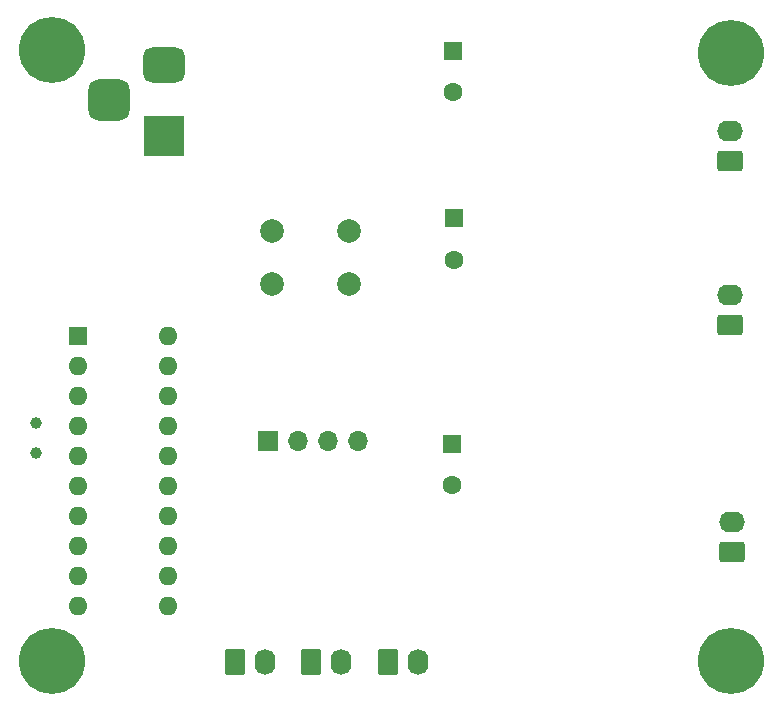
<source format=gbs>
G04 #@! TF.GenerationSoftware,KiCad,Pcbnew,(6.0.2)*
G04 #@! TF.CreationDate,2022-04-11T20:39:17+02:00*
G04 #@! TF.ProjectId,szafa_led_driver,737a6166-615f-46c6-9564-5f6472697665,rev?*
G04 #@! TF.SameCoordinates,Original*
G04 #@! TF.FileFunction,Soldermask,Bot*
G04 #@! TF.FilePolarity,Negative*
%FSLAX46Y46*%
G04 Gerber Fmt 4.6, Leading zero omitted, Abs format (unit mm)*
G04 Created by KiCad (PCBNEW (6.0.2)) date 2022-04-11 20:39:17*
%MOMM*%
%LPD*%
G01*
G04 APERTURE LIST*
G04 Aperture macros list*
%AMRoundRect*
0 Rectangle with rounded corners*
0 $1 Rounding radius*
0 $2 $3 $4 $5 $6 $7 $8 $9 X,Y pos of 4 corners*
0 Add a 4 corners polygon primitive as box body*
4,1,4,$2,$3,$4,$5,$6,$7,$8,$9,$2,$3,0*
0 Add four circle primitives for the rounded corners*
1,1,$1+$1,$2,$3*
1,1,$1+$1,$4,$5*
1,1,$1+$1,$6,$7*
1,1,$1+$1,$8,$9*
0 Add four rect primitives between the rounded corners*
20,1,$1+$1,$2,$3,$4,$5,0*
20,1,$1+$1,$4,$5,$6,$7,0*
20,1,$1+$1,$6,$7,$8,$9,0*
20,1,$1+$1,$8,$9,$2,$3,0*%
G04 Aperture macros list end*
%ADD10C,5.600000*%
%ADD11R,1.600000X1.600000*%
%ADD12C,1.600000*%
%ADD13RoundRect,0.250000X0.845000X-0.620000X0.845000X0.620000X-0.845000X0.620000X-0.845000X-0.620000X0*%
%ADD14O,2.190000X1.740000*%
%ADD15R,1.700000X1.700000*%
%ADD16O,1.700000X1.700000*%
%ADD17O,1.600000X1.600000*%
%ADD18RoundRect,0.250000X-0.620000X-0.845000X0.620000X-0.845000X0.620000X0.845000X-0.620000X0.845000X0*%
%ADD19O,1.740000X2.190000*%
%ADD20C,2.000000*%
%ADD21R,3.500000X3.500000*%
%ADD22RoundRect,0.750000X-1.000000X0.750000X-1.000000X-0.750000X1.000000X-0.750000X1.000000X0.750000X0*%
%ADD23RoundRect,0.875000X-0.875000X0.875000X-0.875000X-0.875000X0.875000X-0.875000X0.875000X0.875000X0*%
%ADD24C,1.000000*%
G04 APERTURE END LIST*
D10*
X130250000Y-53500000D03*
D11*
X106680000Y-86614000D03*
D12*
X106680000Y-90114000D03*
D13*
X130327400Y-95808800D03*
D14*
X130327400Y-93268800D03*
D11*
X106832400Y-67513200D03*
D12*
X106832400Y-71013200D03*
D15*
X91059000Y-86360000D03*
D16*
X93599000Y-86360000D03*
X96139000Y-86360000D03*
X98679000Y-86360000D03*
D11*
X74940000Y-77475000D03*
D17*
X74940000Y-80015000D03*
X74940000Y-82555000D03*
X74940000Y-85095000D03*
X74940000Y-87635000D03*
X74940000Y-90175000D03*
X74940000Y-92715000D03*
X74940000Y-95255000D03*
X74940000Y-97795000D03*
X74940000Y-100335000D03*
X82560000Y-100335000D03*
X82560000Y-97795000D03*
X82560000Y-95255000D03*
X82560000Y-92715000D03*
X82560000Y-90175000D03*
X82560000Y-87635000D03*
X82560000Y-85095000D03*
X82560000Y-82555000D03*
X82560000Y-80015000D03*
X82560000Y-77475000D03*
D13*
X130200400Y-62687200D03*
D14*
X130200400Y-60147200D03*
D13*
X130195000Y-76530200D03*
D14*
X130195000Y-73990200D03*
D10*
X72750000Y-53250000D03*
D18*
X88239600Y-105054400D03*
D19*
X90779600Y-105054400D03*
D18*
X101244400Y-105054400D03*
D19*
X103784400Y-105054400D03*
D18*
X94742000Y-105054400D03*
D19*
X97282000Y-105054400D03*
D10*
X72750000Y-105000000D03*
D11*
X106730800Y-53363749D03*
D12*
X106730800Y-56863749D03*
D20*
X91442400Y-73101200D03*
X97942400Y-73101200D03*
X97942400Y-68601200D03*
X91442400Y-68601200D03*
D21*
X82297000Y-60531000D03*
D22*
X82297000Y-54531000D03*
D23*
X77597000Y-57531000D03*
D10*
X130250000Y-105000000D03*
D24*
X71417000Y-87426800D03*
X71417000Y-84886800D03*
M02*

</source>
